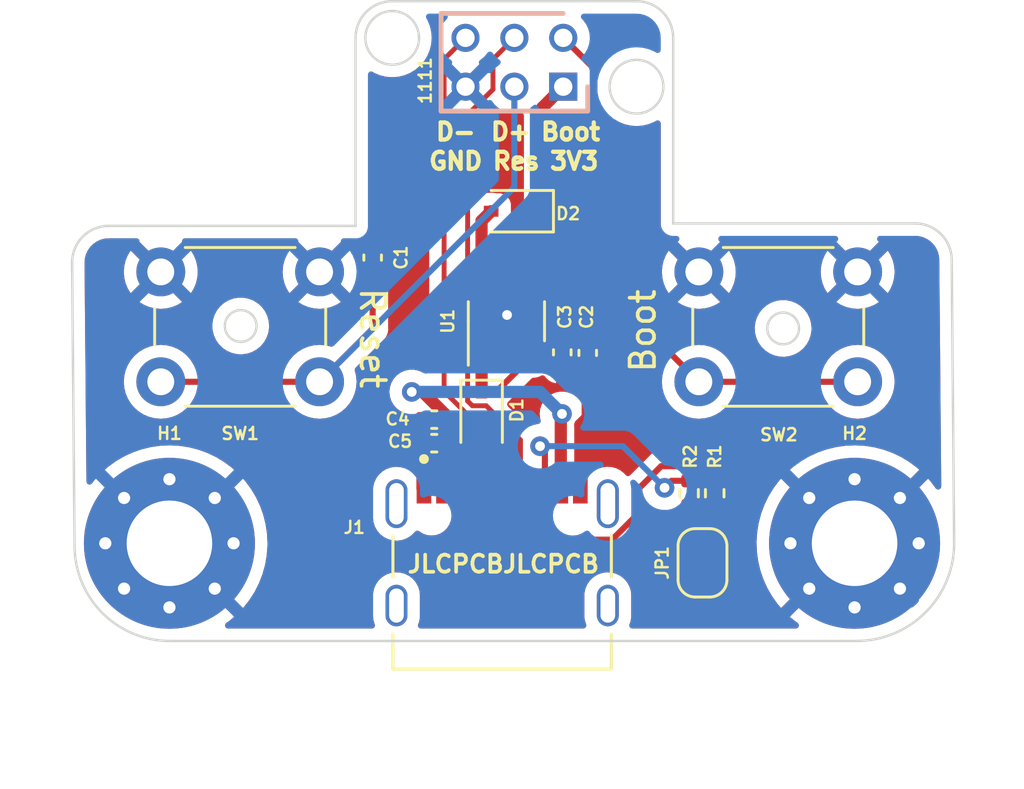
<source format=kicad_pcb>
(kicad_pcb (version 20211014) (generator pcbnew)
  (layers (0 "F.Cu" signal) (31 "B.Cu" signal) (34 "B.Paste" user) (35 "F.Paste" user) (36 "B.SilkS" user "B.Silkscreen") (37 "F.SilkS" user "F.Silkscreen") (38 "B.Mask" user) (39 "F.Mask" user) (44 "Edge.Cuts" user))
  (net 0 "")
  (net 1 "+3V3")
  (net 2 "GPIO9")
  (net 3 "Chip_EN")
  (net 4 "D+")
  (net 5 "GND")
  (net 6 "D-")
  (net 7 "VBUS")
  (net 8 "Net-(C2-Pad2)")
  (net 9 "Net-(D2-Pad2)")
  (net 10 "CC1")
  (net 12 "CC2")
  (net 18 "Net-(JP1-Pad2)")
  (footprint "Package_TO_SOT_SMD:SOT-23-5" (layer "F.Cu") (at 142.875 95.7072 90)
    (fp_text reference "U1" (at 0 -2.4 90) (layer "F.SilkS") (effects (font (size 0.5 0.5) (thickness 0.1))))
    (fp_text value "SPX3819M5-L-3-3")
    (fp_line (start 0 1.56) (end 0.8 1.56) (layer "F.SilkS") (width 0.12))
    (fp_line (start 0 -1.56) (end -1.8 -1.56) (layer "F.SilkS") (width 0.12))
    (fp_line (start 0 1.56) (end -0.8 1.56) (layer "F.SilkS") (width 0.12))
    (fp_line (start 0 -1.56) (end 0.8 -1.56) (layer "F.SilkS") (width 0.12))
    (pad "1" smd roundrect (at -1.1375 -0.95 90) (size 1.325 0.6) (layers "F.Cu" "F.Paste" "F.Mask") (net 8 "Net-(C2-Pad2)"))
    (pad "2" smd roundrect (at -1.1375 0 90) (size 1.325 0.6) (layers "F.Cu" "F.Paste" "F.Mask") (net 5 "GND"))
    (pad "3" smd roundrect (at -1.1375 0.95 90) (size 1.325 0.6) (layers "F.Cu" "F.Paste" "F.Mask") (net 8 "Net-(C2-Pad2)"))
    (pad "4" smd roundrect (at 1.1375 0.95 90) (size 1.325 0.6) (layers "F.Cu" "F.Paste" "F.Mask"))
    (pad "5" smd roundrect (at 1.1375 -0.95 90) (size 1.325 0.6) (layers "F.Cu" "F.Paste" "F.Mask") (net 9 "Net-(D2-Pad2)"))
  )
  (footprint "Capacitor_SMD:C_0402_1005Metric" (layer "F.Cu") (at 145.161 96.9798 90)
    (fp_text reference "C3" (at 1.4504 0.1016 90) (layer "F.SilkS") (effects (font (size 0.5 0.5) (thickness 0.1))))
    (fp_text value "10uF")
    (fp_line (start -0.107836 0.36) (end 0.107836 0.36) (layer "F.SilkS") (width 0.12))
    (fp_line (start -0.107836 -0.36) (end 0.107836 -0.36) (layer "F.SilkS") (width 0.12))
    (pad "1" smd roundrect (at -0.48 0 90) (size 0.56 0.62) (layers "F.Cu" "F.Paste" "F.Mask") (net 5 "GND"))
    (pad "2" smd roundrect (at 0.48 0 90) (size 0.56 0.62) (layers "F.Cu" "F.Paste" "F.Mask") (net 8 "Net-(C2-Pad2)"))
  )
  (footprint "Button_Switch_THT:SW_PUSH_6mm" (layer "F.Cu") (at 128.7284 93.6858)
    (fp_text reference "SW1" (at 3.25 6.6188) (layer "F.SilkS") (effects (font (size 0.5 0.5) (thickness 0.1))))
    (fp_text value "Reset")
    (fp_line (start 5.5 -1) (end 1 -1) (layer "F.SilkS") (width 0.12))
    (fp_line (start -0.25 1.5) (end -0.25 3) (layer "F.SilkS") (width 0.12))
    (fp_line (start 6.75 3) (end 6.75 1.5) (layer "F.SilkS") (width 0.12))
    (fp_line (start 1 5.5) (end 5.5 5.5) (layer "F.SilkS") (width 0.12))
    (pad "1" thru_hole circle (at 6.5 0 90) (size 2 2) (drill 1.1) (layers *.Cu *.Mask) (net 5 "GND"))
    (pad "1" thru_hole circle (at 0 0 90) (size 2 2) (drill 1.1) (layers *.Cu *.Mask) (net 5 "GND"))
    (pad "2" thru_hole circle (at 6.5 4.5 90) (size 2 2) (drill 1.1) (layers *.Cu *.Mask) (net 3 "Chip_EN"))
    (pad "2" thru_hole circle (at 0 4.5 90) (size 2 2) (drill 1.1) (layers *.Cu *.Mask) (net 3 "Chip_EN"))
  )
  (footprint "Resistor_SMD:R_0402_1005Metric" (layer "F.Cu") (at 150.35 102.75 -90)
    (fp_text reference "R2" (at -1.5 -0.05 90) (layer "F.SilkS") (effects (font (size 0.5 0.5) (thickness 0.1))))
    (fp_text value "5k1")
    (fp_line (start -0.153641 0.38) (end 0.153641 0.38) (layer "F.SilkS") (width 0.12))
    (fp_line (start -0.153641 -0.38) (end 0.153641 -0.38) (layer "F.SilkS") (width 0.12))
    (pad "1" smd roundrect (at -0.51 0 270) (size 0.54 0.64) (layers "F.Cu" "F.Paste" "F.Mask") (net 12 "CC2"))
    (pad "2" smd roundrect (at 0.51 0 270) (size 0.54 0.64) (layers "F.Cu" "F.Paste" "F.Mask") (net 18 "Net-(JP1-Pad2)"))
  )
  (footprint "MountingHole:MountingHole_3.5mm_Pad_Via" (layer "F.Cu") (at 129.0828 104.8)
    (fp_text reference "H1" (at 0 -4.5) (layer "F.SilkS") (effects (font (size 0.5 0.5) (thickness 0.1))))
    (fp_text value "MountingHole_Pad")
    (pad "1" thru_hole circle (at 1.856155 -1.856155) (size 0.8 0.8) (drill 0.5) (layers *.Cu *.Mask) (net 5 "GND"))
    (pad "1" thru_hole circle (at -1.856155 -1.856155) (size 0.8 0.8) (drill 0.5) (layers *.Cu *.Mask) (net 5 "GND"))
    (pad "1" thru_hole circle (at 0 -2.625) (size 0.8 0.8) (drill 0.5) (layers *.Cu *.Mask) (net 5 "GND"))
    (pad "1" thru_hole circle (at -2.625 0) (size 0.8 0.8) (drill 0.5) (layers *.Cu *.Mask) (net 5 "GND"))
    (pad "1" thru_hole circle (at 0 2.625) (size 0.8 0.8) (drill 0.5) (layers *.Cu *.Mask) (net 5 "GND"))
    (pad "1" thru_hole circle (at 0 0) (size 7 7) (drill 3.5) (layers *.Cu *.Mask) (net 5 "GND"))
    (pad "1" thru_hole circle (at 1.856155 1.856155) (size 0.8 0.8) (drill 0.5) (layers *.Cu *.Mask) (net 5 "GND"))
    (pad "1" thru_hole circle (at 2.625 0) (size 0.8 0.8) (drill 0.5) (layers *.Cu *.Mask) (net 5 "GND"))
    (pad "1" thru_hole circle (at -1.856155 1.856155) (size 0.8 0.8) (drill 0.5) (layers *.Cu *.Mask) (net 5 "GND"))
  )
  (footprint "USB-C-5A:HRO_TYPE-C-31-M-12" (layer "F.Cu") (at 142.7 107.35)
    (fp_text reference "J1" (at -6.05 -3.2) (layer "F.SilkS") (effects (font (size 0.5 0.5) (thickness 0.1))))
    (fp_text value "TYPE-C-31-M-12")
    (fp_line (start -4.47 -2.85) (end -4.47 -1.17) (layer "F.SilkS") (width 0.127))
    (fp_line (start 4.47 2.6) (end 4.47 1.17) (layer "F.SilkS") (width 0.127))
    (fp_line (start 4.47 -2.85) (end 4.47 -1.17) (layer "F.SilkS") (width 0.127))
    (fp_line (start -4.47 2.6) (end 4.47 2.6) (layer "F.SilkS") (width 0.127))
    (fp_line (start -4.47 2.6) (end -4.47 1.17) (layer "F.SilkS") (width 0.127))
    (fp_circle (center -3.2 -6) (end -3.1 -6) (layer "F.SilkS") (width 0.2) (fill none))
    (pad "" np_thru_hole circle (at 2.89 -3.68) (size 0.6 0.6) (drill 0.6) (layers *.Cu *.Mask))
    (pad "" np_thru_hole circle (at -2.89 -3.68) (size 0.6 0.6) (drill 0.6) (layers *.Cu *.Mask))
    (pad "A1" smd rect (at -3.2 -4.75) (size 0.6 1.14) (layers "F.Cu" "F.Paste") (net 5 "GND"))
    (pad "A4" smd rect (at -2.4 -4.75) (size 0.6 1.14) (layers "F.Cu" "F.Paste") (net 7 "VBUS"))
    (pad "A5" smd rect (at -1.25 -4.75) (size 0.3 1.14) (layers "F.Cu" "F.Paste") (net 10 "CC1"))
    (pad "A6" smd rect (at -0.25 -4.75) (size 0.3 1.14) (layers "F.Cu" "F.Paste") (net 4 "D+"))
    (pad "A7" smd rect (at 0.25 -4.75) (size 0.3 1.14) (layers "F.Cu" "F.Paste") (net 6 "D-"))
    (pad "A8" smd rect (at 1.25 -4.75) (size 0.3 1.14) (layers "F.Cu" "F.Paste"))
    (pad "A9" smd rect (at 2.4 -4.75) (size 0.6 1.14) (layers "F.Cu" "F.Paste") (net 7 "VBUS"))
    (pad "A12" smd rect (at 3.2 -4.75) (size 0.6 1.14) (layers "F.Cu" "F.Paste") (net 5 "GND"))
    (pad "B5" smd rect (at 1.75 -4.75) (size 0.3 1.14) (layers "F.Cu" "F.Paste") (net 12 "CC2"))
    (pad "B6" smd rect (at 0.75 -4.75) (size 0.3 1.14) (layers "F.Cu" "F.Paste") (net 4 "D+"))
    (pad "B7" smd rect (at -0.75 -4.75) (size 0.3 1.14) (layers "F.Cu" "F.Paste") (net 6 "D-"))
    (pad "B8" smd rect (at -1.75 -4.75) (size 0.3 1.14) (layers "F.Cu" "F.Paste"))
    (pad "S1" thru_hole oval (at -4.325 -4.17) (size 0.9 2) (drill oval 0.6 1.7) (layers *.Cu *.Mask))
    (pad "S2" thru_hole oval (at 4.325 -4.17) (size 0.9 2) (drill oval 0.6 1.7) (layers *.Cu *.Mask))
    (pad "S3" thru_hole oval (at -4.325 0) (size 0.9 1.7) (drill oval 0.6 1.4) (layers *.Cu *.Mask))
    (pad "S4" thru_hole oval (at 4.325 0) (size 0.9 1.7) (drill oval 0.6 1.4) (layers *.Cu *.Mask))
  )
  (footprint "Resistor_SMD:R_0402_1005Metric" (layer "F.Cu") (at 151.4 102.75 -90)
    (fp_text reference "R1" (at -1.5 0 90) (layer "F.SilkS") (effects (font (size 0.5 0.5) (thickness 0.1))))
    (fp_text value "5k1")
    (fp_line (start -0.153641 -0.38) (end 0.153641 -0.38) (layer "F.SilkS") (width 0.12))
    (fp_line (start -0.153641 0.38) (end 0.153641 0.38) (layer "F.SilkS") (width 0.12))
    (pad "1" smd roundrect (at -0.51 0 270) (size 0.54 0.64) (layers "F.Cu" "F.Paste" "F.Mask") (net 10 "CC1"))
    (pad "2" smd roundrect (at 0.51 0 270) (size 0.54 0.64) (layers "F.Cu" "F.Paste" "F.Mask") (net 18 "Net-(JP1-Pad2)"))
  )
  (footprint "Capacitor_SMD:C_0402_1005Metric" (layer "F.Cu") (at 146.2024 97.0026 90)
    (fp_text reference "C2" (at 1.4732 -0.0508 90) (layer "F.SilkS") (effects (font (size 0.5 0.5) (thickness 0.1))))
    (fp_text value "100nF")
    (fp_line (start -0.107836 -0.36) (end 0.107836 -0.36) (layer "F.SilkS") (width 0.12))
    (fp_line (start -0.107836 0.36) (end 0.107836 0.36) (layer "F.SilkS") (width 0.12))
    (pad "1" smd roundrect (at -0.48 0 90) (size 0.56 0.62) (layers "F.Cu" "F.Paste" "F.Mask") (net 5 "GND"))
    (pad "2" smd roundrect (at 0.48 0 90) (size 0.56 0.62) (layers "F.Cu" "F.Paste" "F.Mask") (net 8 "Net-(C2-Pad2)"))
  )
  (footprint "Diode_SMD:D_SOD-323" (layer "F.Cu") (at 141.859 99.6188 -90)
    (fp_text reference "D1" (at -0.2688 -1.441 -90) (layer "F.SilkS") (effects (font (size 0.5 0.5) (thickness 0.1))))
    (fp_text value "1N5819")
    (fp_line (start -1.5 0.85) (end 1.05 0.85) (layer "F.SilkS") (width 0.12))
    (fp_line (start -1.5 -0.85) (end 1.05 -0.85) (layer "F.SilkS") (width 0.12))
    (fp_line (start -1.5 -0.85) (end -1.5 0.85) (layer "F.SilkS") (width 0.12))
    (pad "1" smd rect (at -1.05 0 270) (size 0.6 0.45) (layers "F.Cu" "F.Paste" "F.Mask") (net 8 "Net-(C2-Pad2)"))
    (pad "2" smd rect (at 1.05 0 270) (size 0.6 0.45) (layers "F.Cu" "F.Paste" "F.Mask") (net 7 "VBUS"))
  )
  (footprint "Jumper:SolderJumper-2_P1.3mm_Bridged_RoundedPad1.0x1.5mm" (layer "F.Cu") (at 150.9 105.6 90)
    (fp_text reference "JP1" (at 0 -1.65 90) (layer "F.SilkS") (effects (font (size 0.5 0.5) (thickness 0.1))))
    (fp_text value "SolderJumper_2_Bridged")
    (fp_poly (pts (xy 0.25 -0.3) (xy -0.25 -0.3) (xy -0.25 0.3) (xy 0.25 0.3)) (layer "F.Cu") (width 0) (fill solid))
    (fp_line (start -1.4 0.3) (end -1.4 -0.3) (layer "F.SilkS") (width 0.12))
    (fp_line (start -0.7 -1) (end 0.7 -1) (layer "F.SilkS") (width 0.12))
    (fp_line (start 1.4 -0.3) (end 1.4 0.3) (layer "F.SilkS") (width 0.12))
    (fp_line (start 0.7 1) (end -0.7 1) (layer "F.SilkS") (width 0.12))
    (fp_arc (start 0.7 -1) (mid 1.194975 -0.794975) (end 1.4 -0.3) (layer "F.SilkS") (width 0.12))
    (fp_arc (start -0.7 1) (mid -1.194975 0.794975) (end -1.4 0.3) (layer "F.SilkS") (width 0.12))
    (fp_arc (start -1.4 -0.3) (mid -1.194975 -0.794975) (end -0.7 -1) (layer "F.SilkS") (width 0.12))
    (fp_arc (start 1.4 0.3) (mid 1.194975 0.794975) (end 0.7 1) (layer "F.SilkS") (width 0.12))
    (pad "1" smd custom (at -0.65 0 90) (size 1 0.5) (layers "F.Cu" "F.Mask") (net 5 "GND") (options (clearance outline) (anchor rect)) (primitives (gr_circle (center 0 0.25) (end 0.5 0.25) (width 0) (fill yes)) (gr_circle (center 0 -0.25) (end 0.5 -0.25) (width 0) (fill yes)) (gr_poly (pts (xy 0.5 0.75) (xy 0 0.75) (xy 0 -0.75) (xy 0.5 -0.75)) (width 0) (fill yes))))
    (pad "2" smd custom (at 0.65 0 90) (size 1 0.5) (layers "F.Cu" "F.Mask") (net 18 "Net-(JP1-Pad2)") (options (clearance outline) (anchor rect)) (primitives (gr_circle (center 0 0.25) (end 0.5 0.25) (width 0) (fill yes)) (gr_circle (center 0 -0.25) (end 0.5 -0.25) (width 0) (fill yes)) (gr_poly (pts (xy 0 0.75) (xy -0.5 0.75) (xy -0.5 -0.75) (xy 0 -0.75)) (width 0) (fill yes))))
  )
  (footprint "MountingHole:MountingHole_3.5mm_Pad_Via" (layer "F.Cu") (at 157.1244 104.8)
    (fp_text reference "H2" (at 0 -4.5) (layer "F.SilkS") (effects (font (size 0.5 0.5) (thickness 0.1))))
    (fp_text value "MountingHole_Pad")
    (pad "1" thru_hole circle (at 0 -2.625) (size 0.8 0.8) (drill 0.5) (layers *.Cu *.Mask) (net 5 "GND"))
    (pad "1" thru_hole circle (at -2.625 0) (size 0.8 0.8) (drill 0.5) (layers *.Cu *.Mask) (net 5 "GND"))
    (pad "1" thru_hole circle (at 2.625 0) (size 0.8 0.8) (drill 0.5) (layers *.Cu *.Mask) (net 5 "GND"))
    (pad "1" thru_hole circle (at 1.856155 -1.856155) (size 0.8 0.8) (drill 0.5) (layers *.Cu *.Mask) (net 5 "GND"))
    (pad "1" thru_hole circle (at 1.856155 1.856155) (size 0.8 0.8) (drill 0.5) (layers *.Cu *.Mask) (net 5 "GND"))
    (pad "1" thru_hole circle (at 0 2.625) (size 0.8 0.8) (drill 0.5) (layers *.Cu *.Mask) (net 5 "GND"))
    (pad "1" thru_hole circle (at 0 0) (size 7 7) (drill 3.5) (layers *.Cu *.Mask) (net 5 "GND"))
    (pad "1" thru_hole circle (at -1.856155 1.856155) (size 0.8 0.8) (drill 0.5) (layers *.Cu *.Mask) (net 5 "GND"))
    (pad "1" thru_hole circle (at -1.856155 -1.856155) (size 0.8 0.8) (drill 0.5) (layers *.Cu *.Mask) (net 5 "GND"))
  )
  (footprint "Button_Switch_THT:SW_PUSH_6mm" (layer "F.Cu") (at 150.75 93.6858)
    (fp_text reference "SW2" (at 3.2754 6.6696) (layer "F.SilkS") (effects (font (size 0.5 0.5) (thickness 0.1))))
    (fp_text value "Boot")
    (fp_line (start -0.25 1.5) (end -0.25 3) (layer "F.SilkS") (width 0.12))
    (fp_line (start 5.5 -1) (end 1 -1) (layer "F.SilkS") (width 0.12))
    (fp_line (start 1 5.5) (end 5.5 5.5) (layer "F.SilkS") (width 0.12))
    (fp_line (start 6.75 3) (end 6.75 1.5) (layer "F.SilkS") (width 0.12))
    (pad "1" thru_hole circle (at 0 0 90) (size 2 2) (drill 1.1) (layers *.Cu *.Mask) (net 5 "GND"))
    (pad "1" thru_hole circle (at 6.5 0 90) (size 2 2) (drill 1.1) (layers *.Cu *.Mask) (net 5 "GND"))
    (pad "2" thru_hole circle (at 6.5 4.5 90) (size 2 2) (drill 1.1) (layers *.Cu *.Mask) (net 2 "GPIO9"))
    (pad "2" thru_hole circle (at 0 4.5 90) (size 2 2) (drill 1.1) (layers *.Cu *.Mask) (net 2 "GPIO9"))
  )
  (footprint "Capacitor_SMD:C_0402_1005Metric" (layer "F.Cu") (at 139.92 99.7348)
    (fp_text reference "C4" (at -1.4986 -0.0254) (layer "F.SilkS") (effects (font (size 0.5 0.5) (thickness 0.1))))
    (fp_text value "10uF")
    (fp_line (start -0.107836 -0.36) (end 0.107836 -0.36) (layer "F.SilkS") (width 0.12))
    (fp_line (start -0.107836 0.36) (end 0.107836 0.36) (layer "F.SilkS") (width 0.12))
    (pad "1" smd roundrect (at -0.48 0) (size 0.56 0.62) (layers "F.Cu" "F.Paste" "F.Mask") (net 5 "GND"))
    (pad "2" smd roundrect (at 0.48 0) (size 0.56 0.62) (layers "F.Cu" "F.Paste" "F.Mask") (net 7 "VBUS"))
  )
  (footprint "Capacitor_SMD:C_0402_1005Metric" (layer "F.Cu") (at 139.92 100.7 180)
    (fp_text reference "C5" (at 1.397 0.0762) (layer "F.SilkS") (effects (font (size 0.5 0.5) (thickness 0.1))))
    (fp_text value "100nF")
    (fp_line (start -0.107836 0.36) (end 0.107836 0.36) (layer "F.SilkS") (width 0.12))
    (fp_line (start -0.107836 -0.36) (end 0.107836 -0.36) (layer "F.SilkS") (width 0.12))
    (pad "1" smd roundrect (at -0.48 0 180) (size 0.56 0.62) (layers "F.Cu" "F.Paste" "F.Mask") (net 7 "VBUS"))
    (pad "2" smd roundrect (at 0.48 0 180) (size 0.56 0.62) (layers "F.Cu" "F.Paste" "F.Mask") (net 5 "GND"))
  )
  (footprint "Capacitor_SMD:C_0402_1005Metric" (layer "F.Cu") (at 137.4 93.1 -90)
    (fp_text reference "C1" (at 0 -1.16 90) (layer "F.SilkS") (effects (font (size 0.5 0.5) (thickness 0.1))))
    (fp_text value "100nF")
    (fp_line (start -0.107836 0.36) (end 0.107836 0.36) (layer "F.SilkS") (width 0.12))
    (fp_line (start -0.107836 -0.36) (end 0.107836 -0.36) (layer "F.SilkS") (width 0.12))
    (pad "1" smd roundrect (at -0.48 0 270) (size 0.56 0.62) (layers "F.Cu" "F.Paste" "F.Mask") (net 5 "GND"))
    (pad "2" smd roundrect (at 0.48 0 270) (size 0.56 0.62) (layers "F.Cu" "F.Paste" "F.Mask") (net 3 "Chip_EN"))
  )
  (footprint "Diode_SMD:D_SOD-323" (layer "F.Cu") (at 143.3 91.2 180)
    (fp_text reference "D2" (at -2.1 -0.1 180) (layer "F.SilkS") (effects (font (size 0.5 0.5) (thickness 0.1))))
    (fp_text value "1N5819")
    (fp_line (start -1.5 0.85) (end 1.05 0.85) (layer "F.SilkS") (width 0.12))
    (fp_line (start -1.5 -0.85) (end 1.05 -0.85) (layer "F.SilkS") (width 0.12))
    (fp_line (start -1.5 -0.85) (end -1.5 0.85) (layer "F.SilkS") (width 0.12))
    (pad "1" smd rect (at -1.05 0 180) (size 0.6 0.45) (layers "F.Cu" "F.Paste" "F.Mask") (net 1 "+3V3"))
    (pad "2" smd rect (at 1.05 0 180) (size 0.6 0.45) (layers "F.Cu" "F.Paste" "F.Mask") (net 9 "Net-(D2-Pad2)"))
  )
  (footprint "SixPinTH:HDRV6W56P200_2X3_600X400X749P" (layer "B.Cu") (at 145.2 86.1 180)
    (fp_text reference "1111" (at 5.65 0.25 270) (layer "F.SilkS") (effects (font (size 0.5 0.5) (thickness 0.1))))
    (fp_text value "838-22-006-10-001101" hide)
    (fp_line (start -1 -1) (end 5 -1) (layer "B.SilkS") (width 0.2))
    (fp_line (start 5 3) (end 0 3) (layer "B.SilkS") (width 0.2))
    (fp_line (start -1 0) (end -1 -1) (layer "B.SilkS") (width 0.2))
    (fp_line (start 5 -1) (end 5 3) (layer "B.SilkS") (width 0.2))
    (pad "1" thru_hole rect (at 0 0 180) (size 1.15 1.15) (drill 0.75) (layers *.Cu *.Mask) (net 1 "+3V3"))
    (pad "2" thru_hole circle (at 0 2 180) (size 1.15 1.15) (drill 0.75) (layers *.Cu *.Mask) (net 2 "GPIO9"))
    (pad "3" thru_hole circle (at 2 0 180) (size 1.15 1.15) (drill 0.75) (layers *.Cu *.Mask) (net 3 "Chip_EN"))
    (pad "4" thru_hole circle (at 2 2 180) (size 1.15 1.15) (drill 0.75) (layers *.Cu *.Mask) (net 4 "D+"))
    (pad "5" thru_hole circle (at 4 0 180) (size 1.15 1.15) (drill 0.75) (layers *.Cu *.Mask) (net 5 "GND"))
    (pad "6" thru_hole circle (at 4 2 180) (size 1.15 1.15) (drill 0.75) (layers *.Cu *.Mask) (net 6 "D-"))
  )
  (gr_line (start 149.7 91.7) (end 159.6 91.7) (layer "Edge.Cuts") (width 0.1))
  (gr_line (start 161.2 104.8) (end 161.1 93.2) (layer "Edge.Cuts") (width 0.1))
  (gr_line (start 126.6 91.8) (end 136.7 91.8) (layer "Edge.Cuts") (width 0.1))
  (gr_circle (center 154.2 96) (end 154.85 96) (layer "Edge.Cuts") (width 0.1) (fill none))
  (gr_circle (center 138.2 84.1) (end 139.3 84.1) (layer "Edge.Cuts") (width 0.1) (fill none))
  (gr_arc (start 125.1 93.3) (mid 125.53934 92.23934) (end 126.6 91.8) (layer "Edge.Cuts") (width 0.1))
  (gr_line (start 138.2 82.6) (end 148.2 82.6) (layer "Edge.Cuts") (width 0.1))
  (gr_circle (center 148.2 86.1) (end 149.3 86.1) (layer "Edge.Cuts") (width 0.1) (fill none))
  (gr_line (start 149.7 91.7) (end 149.7 84.1) (layer "Edge.Cuts") (width 0.1))
  (gr_arc (start 129.1 108.8) (mid 126.342284 107.657716) (end 125.2 104.9) (layer "Edge.Cuts") (width 0.1))
  (gr_line (start 136.7 91.8) (end 136.7 84.1) (layer "Edge.Cuts") (width 0.1))
  (gr_arc (start 136.7 84.1) (mid 137.13934 83.03934) (end 138.2 82.6) (layer "Edge.Cuts") (width 0.1))
  (gr_circle (center 132 95.9) (end 132.65 95.9) (layer "Edge.Cuts") (width 0.1) (fill none))
  (gr_line (start 129.1 108.8) (end 157.2 108.8) (layer "Edge.Cuts") (width 0.1))
  (gr_line (start 125.2 104.9) (end 125.1 93.3) (layer "Edge.Cuts") (width 0.1))
  (gr_arc (start 161.2 104.8) (mid 160.028427 107.628427) (end 157.2 108.8) (layer "Edge.Cuts") (width 0.1))
  (gr_arc (start 148.2 82.6) (mid 149.26066 83.03934) (end 149.7 84.1) (layer "Edge.Cuts") (width 0.1))
  (gr_arc (start 159.6 91.7) (mid 160.66066 92.13934) (end 161.1 93.2) (layer "Edge.Cuts") (width 0.1))
  (gr_text "Boot" (at 148.4602 96.1 90) (layer "F.SilkS") (effects (font (size 1 1))))
  (gr_text "D+" (at 143.05 87.95) (layer "F.SilkS") (effects (font (size 0.7 0.7) (thickness 0.175))))
  (gr_text "GND" (at 140.8 89.15) (layer "F.SilkS") (effects (font (size 0.7 0.7) (thickness 0.175))))
  (gr_text "D-" (at 140.8 87.95) (layer "F.SilkS") (effects (font (size 0.7 0.7) (thickness 0.175))))
  (gr_text "Boot" (at 145.5 87.95) (layer "F.SilkS") (effects (font (size 0.7 0.7) (thickness 0.175))))
  (gr_text "3V3" (at 145.65 89.15) (layer "F.SilkS") (effects (font (size 0.7 0.7) (thickness 0.175))))
  (gr_text "Res" (at 143.275 89.15) (layer "F.SilkS") (effects (font (size 0.7 0.7) (thickness 0.175))))
  (gr_text "JLCPCBJLCPCB" (at 142.75 105.65) (layer "F.SilkS") (effects (font (size 0.7 0.7))))
  (gr_text "Reset" (at 137.4 96.4 270) (layer "F.SilkS") (effects (font (size 1 1))))
  (segment (start 144.35 86.95) (end 145.2 86.1) (width 0.5) (layer "F.Cu") (net 1))
  (segment (start 144.35 91.2) (end 144.35 86.95) (width 0.5) (layer "F.Cu") (net 1))
  (segment (start 146.476667 93.912467) (end 146.476667 85.376667) (width 0.25) (layer "F.Cu") (net 2))
  (segment (start 150.75 98.1858) (end 146.476667 93.912467) (width 0.25) (layer "F.Cu") (net 2))
  (segment (start 150.75 98.1858) (end 157.25 98.1858) (width 0.25) (layer "F.Cu") (net 2))
  (segment (start 146.476667 85.376667) (end 145.2 84.1) (width 0.25) (layer "F.Cu") (net 2))
  (segment (start 128.7284 98.1858) (end 135.2284 98.1858) (width 0.25) (layer "F.Cu") (net 3))
  (segment (start 137.4 96.0142) (end 135.2284 98.1858) (width 0.25) (layer "F.Cu") (net 3))
  (segment (start 137.4 93.58) (end 137.4 96.0142) (width 0.25) (layer "F.Cu") (net 3))
  (segment (start 143.2 86.1) (end 143.2 90.2142) (width 0.25) (layer "B.Cu") (net 3))
  (segment (start 143.2 90.2142) (end 135.2284 98.1858) (width 0.25) (layer "B.Cu") (net 3))
  (segment (start 142.04898 99.1688) (end 141.48378 99.1688) (width 0.2) (layer "F.Cu") (net 4))
  (segment (start 142.45 102.6) (end 142.45 101.78) (width 0.2) (layer "F.Cu") (net 4))
  (segment (start 143.39009 100.50991) (end 142.04898 99.1688) (width 0.2) (layer "F.Cu") (net 4))
  (segment (start 143.39009 100.83991) (end 143.39009 100.50991) (width 0.2) (layer "F.Cu") (net 4))
  (segment (start 141.287 98.97202) (end 141.287 87.24973) (width 0.2) (layer "F.Cu") (net 4))
  (segment (start 143.45 100.56982) (end 143.39009 100.50991) (width 0.2) (layer "F.Cu") (net 4))
  (segment (start 142.325 86.21173) (end 142.325 84.975) (width 0.2) (layer "F.Cu") (net 4))
  (segment (start 141.287 87.24973) (end 142.325 86.21173) (width 0.2) (layer "F.Cu") (net 4))
  (segment (start 142.325 84.975) (end 143.2 84.1) (width 0.2) (layer "F.Cu") (net 4))
  (segment (start 142.45 101.78) (end 143.39009 100.83991) (width 0.2) (layer "F.Cu") (net 4))
  (segment (start 143.45 102.6) (end 143.45 100.56982) (width 0.2) (layer "F.Cu") (net 4))
  (segment (start 141.48378 99.1688) (end 141.287 98.97202) (width 0.2) (layer "F.Cu") (net 4))
  (segment (start 146.2024 97.4826) (end 146.2024 99.648975) (width 0.5) (layer "F.Cu") (net 5))
  (segment (start 145.9 99.951375) (end 145.9 102.6) (width 0.5) (layer "F.Cu") (net 5))
  (segment (start 139.44 100.7) (end 139.44 102.54) (width 0.5) (layer "F.Cu") (net 5))
  (segment (start 146.2024 99.648975) (end 145.9 99.951375) (width 0.5) (layer "F.Cu") (net 5))
  (segment (start 142.875 95.475) (end 142.9 95.45) (width 0.25) (layer "F.Cu") (net 5))
  (segment (start 142.875 96.8447) (end 142.875 95.475) (width 0.25) (layer "F.Cu") (net 5))
  (segment (start 139.44 102.54) (end 139.5 102.6) (width 0.5) (layer "F.Cu") (net 5))
  (via (at 142.9 95.45) (size 0.8) (drill 0.4) (layers "F.Cu" "B.Cu") (net 5))
  (segment (start 142.95 103.42) (end 142.95 102.6) (width 0.2) (layer "F.Cu") (net 6))
  (segment (start 141.95 101.71502) (end 141.95 102.6) (width 0.2) (layer "F.Cu") (net 6))
  (segment (start 141.95 103.42) (end 142 103.47) (width 0.2) (layer "F.Cu") (net 6))
  (segment (start 141.65 99.9) (end 142.208 99.9) (width 0.2) (layer "F.Cu") (net 6))
  (segment (start 142.45 100.142) (end 142.45 101.21502) (width 0.2) (layer "F.Cu") (net 6))
  (segment (start 141.95 102.6) (end 141.95 103.42) (width 0.2) (layer "F.Cu") (net 6))
  (segment (start 142.45 101.21502) (end 141.95 101.71502) (width 0.2) (layer "F.Cu") (net 6))
  (segment (start 142.9 103.47) (end 142.95 103.42) (width 0.2) (layer "F.Cu") (net 6))
  (segment (start 142 103.47) (end 142.9 103.47) (width 0.2) (layer "F.Cu") (net 6))
  (segment (start 140.325 98.575) (end 141.65 99.9) (width 0.2) (layer "F.Cu") (net 6))
  (segment (start 142.208 99.9) (end 142.45 100.142) (width 0.2) (layer "F.Cu") (net 6))
  (segment (start 141.2 84.1) (end 140.325 84.975) (width 0.2) (layer "F.Cu") (net 6))
  (segment (start 140.325 84.975) (end 140.325 98.575) (width 0.2) (layer "F.Cu") (net 6))
  (segment (start 140.4 99.7348) (end 140.4 100.7) (width 0.5) (layer "F.Cu") (net 7))
  (segment (start 140.384998 99.719798) (end 140.384998 99.535412) (width 0.5) (layer "F.Cu") (net 7))
  (segment (start 139.449586 98.6) (end 139 98.6) (width 0.5) (layer "F.Cu") (net 7))
  (segment (start 140.384998 99.535412) (end 139.449586 98.6) (width 0.5) (layer "F.Cu") (net 7))
  (segment (start 140.3 100.8) (end 140.3 102.6) (width 0.5) (layer "F.Cu") (net 7))
  (segment (start 145.1 99.55) (end 145.15 99.5) (width 0.5) (layer "F.Cu") (net 7))
  (segment (start 140.4 100.7) (end 140.3 100.8) (width 0.5) (layer "F.Cu") (net 7))
  (segment (start 140.4312 100.6688) (end 140.4 100.7) (width 0.5) (layer "F.Cu") (net 7))
  (segment (start 141.859 100.6688) (end 140.4312 100.6688) (width 0.5) (layer "F.Cu") (net 7))
  (segment (start 145.1 102.6) (end 145.1 99.55) (width 0.5) (layer "F.Cu") (net 7))
  (segment (start 140.4 99.7348) (end 140.384998 99.719798) (width 0.5) (layer "F.Cu") (net 7))
  (via (at 145.15 99.5) (size 0.8) (drill 0.4) (layers "F.Cu" "B.Cu") (net 7))
  (via (at 139 98.6) (size 0.8) (drill 0.4) (layers "F.Cu" "B.Cu") (net 7))
  (segment (start 139 98.6) (end 144.25 98.6) (width 0.5) (layer "B.Cu") (net 7))
  (segment (start 144.25 98.6) (end 145.15 99.5) (width 0.5) (layer "B.Cu") (net 7))
  (segment (start 145.1838 96.5226) (end 145.161 96.4998) (width 0.25) (layer "F.Cu") (net 8))
  (segment (start 144.1699 96.4998) (end 143.825 96.8447) (width 0.25) (layer "F.Cu") (net 8))
  (segment (start 141.859 98.5688) (end 141.859 96.9107) (width 0.5) (layer "F.Cu") (net 8))
  (segment (start 143.825 97.228951) (end 142.485151 98.5688) (width 0.25) (layer "F.Cu") (net 8))
  (segment (start 141.859 96.9107) (end 141.925 96.8447) (width 0.5) (layer "F.Cu") (net 8))
  (segment (start 143.825 96.8447) (end 143.825 97.228951) (width 0.25) (layer "F.Cu") (net 8))
  (segment (start 142.485151 98.5688) (end 141.859 98.5688) (width 0.25) (layer "F.Cu") (net 8))
  (segment (start 146.2024 96.5226) (end 145.1838 96.5226) (width 0.25) (layer "F.Cu") (net 8))
  (segment (start 145.161 96.4998) (end 144.1699 96.4998) (width 0.25) (layer "F.Cu") (net 8))
  (segment (start 141.925 92.9304) (end 141.857 92.8624) (width 0.5) (layer "F.Cu") (net 9))
  (segment (start 141.857 91.593) (end 141.857 92.8624) (width 0.5) (layer "F.Cu") (net 9))
  (segment (start 142.25 91.2) (end 141.857 91.593) (width 0.5) (layer "F.Cu") (net 9))
  (segment (start 141.925 94.5697) (end 141.925 92.9304) (width 0.5) (layer "F.Cu") (net 9))
  (segment (start 149.205 101.645) (end 148.25 102.6) (width 0.25) (layer "F.Cu") (net 10))
  (segment (start 148.25 103.601016) (end 147.201016 104.65) (width 0.25) (layer "F.Cu") (net 10))
  (segment (start 151.4 102.24) (end 150.805 101.645) (width 0.25) (layer "F.Cu") (net 10))
  (segment (start 148.25 102.6) (end 148.25 103.601016) (width 0.25) (layer "F.Cu") (net 10))
  (segment (start 150.805 101.645) (end 149.205 101.645) (width 0.25) (layer "F.Cu") (net 10))
  (segment (start 147.201016 104.65) (end 141.8 104.65) (width 0.25) (layer "F.Cu") (net 10))
  (segment (start 141.45 104.3) (end 141.45 102.6) (width 0.25) (layer "F.Cu") (net 10))
  (segment (start 141.8 104.65) (end 141.45 104.3) (width 0.25) (layer "F.Cu") (net 10))
  (segment (start 150.35 102.24) (end 149.634599 102.24) (width 0.25) (layer "F.Cu") (net 12))
  (segment (start 144.45 102.6) (end 144.45 101.02196) (width 0.25) (layer "F.Cu") (net 12))
  (segment (start 144.45 101.02196) (end 144.2505 100.82246) (width 0.25) (layer "F.Cu") (net 12))
  (segment (start 149.634599 102.24) (end 149.34755 102.527049) (width 0.25) (layer "F.Cu") (net 12))
  (via (at 149.34755 102.527049) (size 0.8) (drill 0.4) (layers "F.Cu" "B.Cu") (net 12))
  (via (at 144.2505 100.82246) (size 0.8) (drill 0.4) (layers "F.Cu" "B.Cu") (net 12))
  (segment (start 144.2505 100.82246) (end 147.642961 100.82246) (width 0.25) (layer "B.Cu") (net 12))
  (segment (start 147.642961 100.82246) (end 149.34755 102.527049) (width 0.25) (layer "B.Cu") (net 12))
  (segment (start 150.35 104.4) (end 150.9 104.95) (width 0.25) (layer "F.Cu") (net 18))
  (segment (start 150.35 103.26) (end 151.4 103.26) (width 0.25) (layer "F.Cu") (net 18))
  (segment (start 150.35 103.26) (end 150.35 104.4) (width 0.25) (layer "F.Cu") (net 18))
  (zone (net 5) (net_name "GND") (layer "F.Cu") (connect_pads (clearance 0.508)) (min_thickness 0.254) (fill yes (thermal_gap 0.508) (thermal_bridge_width 0.508))
    (polygon (pts (xy 161.2 108.9) (xy 125.1 108.9) (xy 125.1 82.6) (xy 161.2 82.6)))
  )
  (zone (net 5) (net_name "GND") (layer "B.Cu") (connect_pads (clearance 0.508)) (min_thickness 0.254) (fill yes (thermal_gap 0.508) (thermal_bridge_width 0.508))
    (polygon (pts (xy 161.3 108.9) (xy 125.1 109) (xy 125.2 82.7) (xy 161.3 82.6)))
  )
)
</source>
